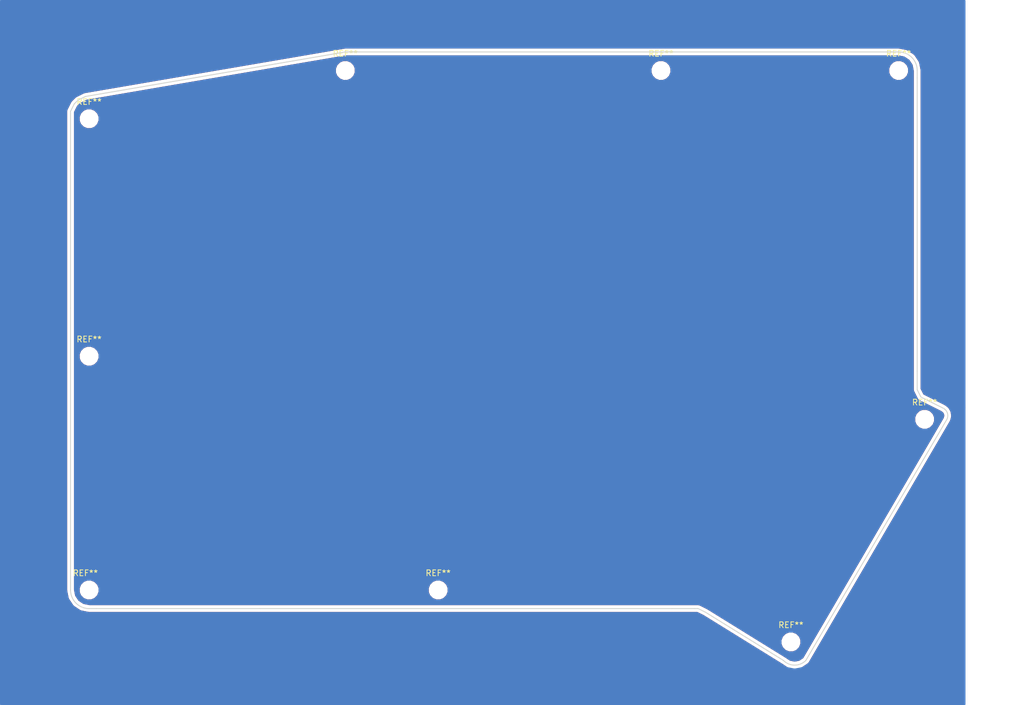
<source format=kicad_pcb>
(kicad_pcb (version 4) (host pcbnew 4.0.7)

  (general
    (links 0)
    (no_connects 0)
    (area 57.15 31.75 232.338572 152.400001)
    (thickness 1.6)
    (drawings 36)
    (tracks 0)
    (zones 0)
    (modules 9)
    (nets 1)
  )

  (page A4)
  (layers
    (0 F.Cu signal)
    (31 B.Cu signal)
    (32 B.Adhes user)
    (33 F.Adhes user)
    (34 B.Paste user)
    (35 F.Paste user)
    (36 B.SilkS user)
    (37 F.SilkS user)
    (38 B.Mask user)
    (39 F.Mask user)
    (40 Dwgs.User user)
    (41 Cmts.User user)
    (42 Eco1.User user)
    (43 Eco2.User user)
    (44 Edge.Cuts user)
    (45 Margin user)
    (46 B.CrtYd user)
    (47 F.CrtYd user)
    (48 B.Fab user)
    (49 F.Fab user)
  )

  (setup
    (last_trace_width 0.25)
    (trace_clearance 0.2)
    (zone_clearance 0.508)
    (zone_45_only no)
    (trace_min 0.2)
    (segment_width 0.2)
    (edge_width 0.15)
    (via_size 0.6)
    (via_drill 0.4)
    (via_min_size 0.4)
    (via_min_drill 0.3)
    (uvia_size 0.3)
    (uvia_drill 0.1)
    (uvias_allowed no)
    (uvia_min_size 0.2)
    (uvia_min_drill 0.1)
    (pcb_text_width 0.3)
    (pcb_text_size 1.5 1.5)
    (mod_edge_width 0.15)
    (mod_text_size 1 1)
    (mod_text_width 0.15)
    (pad_size 1.524 1.524)
    (pad_drill 0.762)
    (pad_to_mask_clearance 0.2)
    (aux_axis_origin 0 0)
    (visible_elements 7FFFFFFF)
    (pcbplotparams
      (layerselection 0x010f0_80000001)
      (usegerberextensions false)
      (excludeedgelayer true)
      (linewidth 0.100000)
      (plotframeref false)
      (viasonmask false)
      (mode 1)
      (useauxorigin false)
      (hpglpennumber 1)
      (hpglpenspeed 20)
      (hpglpendiameter 15)
      (hpglpenoverlay 2)
      (psnegative false)
      (psa4output false)
      (plotreference true)
      (plotvalue true)
      (plotinvisibletext false)
      (padsonsilk false)
      (subtractmaskfromsilk false)
      (outputformat 1)
      (mirror false)
      (drillshape 0)
      (scaleselection 1)
      (outputdirectory Gerber/))
  )

  (net 0 "")

  (net_class Default "This is the default net class."
    (clearance 0.2)
    (trace_width 0.25)
    (via_dia 0.6)
    (via_drill 0.4)
    (uvia_dia 0.3)
    (uvia_drill 0.1)
  )

  (module Mounting_Holes:MountingHole_2.2mm_M2_DIN965 (layer F.Cu) (tedit 56D1B4CB) (tstamp 5A9EC803)
    (at 192.405 141.605)
    (descr "Mounting Hole 2.2mm, no annular, M2, DIN965")
    (tags "mounting hole 2.2mm no annular m2 din965")
    (attr virtual)
    (fp_text reference REF** (at 0 -2.9) (layer F.SilkS)
      (effects (font (size 1 1) (thickness 0.15)))
    )
    (fp_text value MountingHole_2.2mm_M2_DIN965 (at 0 2.9) (layer F.Fab)
      (effects (font (size 1 1) (thickness 0.15)))
    )
    (fp_text user %R (at 0.3 0) (layer F.Fab)
      (effects (font (size 1 1) (thickness 0.15)))
    )
    (fp_circle (center 0 0) (end 1.9 0) (layer Cmts.User) (width 0.15))
    (fp_circle (center 0 0) (end 2.15 0) (layer F.CrtYd) (width 0.05))
    (pad 1 np_thru_hole circle (at 0 0) (size 2.2 2.2) (drill 2.2) (layers *.Cu *.Mask))
  )

  (module Mounting_Holes:MountingHole_2.2mm_M2_DIN965 (layer F.Cu) (tedit 56D1B4CB) (tstamp 5A9EC824)
    (at 215.265 103.505)
    (descr "Mounting Hole 2.2mm, no annular, M2, DIN965")
    (tags "mounting hole 2.2mm no annular m2 din965")
    (attr virtual)
    (fp_text reference REF** (at 0 -2.9) (layer F.SilkS)
      (effects (font (size 1 1) (thickness 0.15)))
    )
    (fp_text value MountingHole_2.2mm_M2_DIN965 (at 4.445 1.905) (layer F.Fab)
      (effects (font (size 1 1) (thickness 0.15)))
    )
    (fp_text user %R (at 0.3 0) (layer F.Fab)
      (effects (font (size 1 1) (thickness 0.15)))
    )
    (fp_circle (center 0 0) (end 1.9 0) (layer Cmts.User) (width 0.15))
    (fp_circle (center 0 0) (end 2.15 0) (layer F.CrtYd) (width 0.05))
    (pad 1 np_thru_hole circle (at 0 0) (size 2.2 2.2) (drill 2.2) (layers *.Cu *.Mask))
  )

  (module Mounting_Holes:MountingHole_2.2mm_M2_DIN965 (layer F.Cu) (tedit 56D1B4CB) (tstamp 5A9EC868)
    (at 210.82 43.815)
    (descr "Mounting Hole 2.2mm, no annular, M2, DIN965")
    (tags "mounting hole 2.2mm no annular m2 din965")
    (attr virtual)
    (fp_text reference REF** (at 0 -2.9) (layer F.SilkS)
      (effects (font (size 1 1) (thickness 0.15)))
    )
    (fp_text value MountingHole_2.2mm_M2_DIN965 (at 0 2.9) (layer F.Fab)
      (effects (font (size 1 1) (thickness 0.15)))
    )
    (fp_text user %R (at 0.3 0) (layer F.Fab)
      (effects (font (size 1 1) (thickness 0.15)))
    )
    (fp_circle (center 0 0) (end 1.9 0) (layer Cmts.User) (width 0.15))
    (fp_circle (center 0 0) (end 2.15 0) (layer F.CrtYd) (width 0.05))
    (pad 1 np_thru_hole circle (at 0 0) (size 2.2 2.2) (drill 2.2) (layers *.Cu *.Mask))
  )

  (module Mounting_Holes:MountingHole_2.2mm_M2_DIN965 (layer F.Cu) (tedit 56D1B4CB) (tstamp 5A9EC8BF)
    (at 72.39 132.715)
    (descr "Mounting Hole 2.2mm, no annular, M2, DIN965")
    (tags "mounting hole 2.2mm no annular m2 din965")
    (attr virtual)
    (fp_text reference REF** (at -0.635 -2.9) (layer F.SilkS)
      (effects (font (size 1 1) (thickness 0.15)))
    )
    (fp_text value MountingHole_2.2mm_M2_DIN965 (at 0 2.9) (layer F.Fab)
      (effects (font (size 1 1) (thickness 0.15)))
    )
    (fp_text user %R (at 0 0.635) (layer F.Fab)
      (effects (font (size 1 1) (thickness 0.15)))
    )
    (fp_circle (center 0 0) (end 1.9 0) (layer Cmts.User) (width 0.15))
    (fp_circle (center 0 0) (end 2.15 0) (layer F.CrtYd) (width 0.05))
    (pad 1 np_thru_hole circle (at 0 0) (size 2.2 2.2) (drill 2.2) (layers *.Cu *.Mask))
  )

  (module Mounting_Holes:MountingHole_2.2mm_M2_DIN965 (layer F.Cu) (tedit 56D1B4CB) (tstamp 5A9EC8CB)
    (at 72.39 92.71)
    (descr "Mounting Hole 2.2mm, no annular, M2, DIN965")
    (tags "mounting hole 2.2mm no annular m2 din965")
    (attr virtual)
    (fp_text reference REF** (at 0 -2.9) (layer F.SilkS)
      (effects (font (size 1 1) (thickness 0.15)))
    )
    (fp_text value MountingHole_2.2mm_M2_DIN965 (at 0 2.9) (layer F.Fab)
      (effects (font (size 1 1) (thickness 0.15)))
    )
    (fp_text user %R (at 0.3 0) (layer F.Fab)
      (effects (font (size 1 1) (thickness 0.15)))
    )
    (fp_circle (center 0 0) (end 1.9 0) (layer Cmts.User) (width 0.15))
    (fp_circle (center 0 0) (end 2.15 0) (layer F.CrtYd) (width 0.05))
    (pad 1 np_thru_hole circle (at 0 0) (size 2.2 2.2) (drill 2.2) (layers *.Cu *.Mask))
  )

  (module Mounting_Holes:MountingHole_2.2mm_M2_DIN965 (layer F.Cu) (tedit 56D1B4CB) (tstamp 5A9EC8D6)
    (at 72.39 52.07)
    (descr "Mounting Hole 2.2mm, no annular, M2, DIN965")
    (tags "mounting hole 2.2mm no annular m2 din965")
    (attr virtual)
    (fp_text reference REF** (at 0 -2.9) (layer F.SilkS)
      (effects (font (size 1 1) (thickness 0.15)))
    )
    (fp_text value MountingHole_2.2mm_M2_DIN965 (at 0 3.81) (layer F.Fab)
      (effects (font (size 1 1) (thickness 0.15)))
    )
    (fp_text user %R (at 0.3 0) (layer F.Fab)
      (effects (font (size 1 1) (thickness 0.15)))
    )
    (fp_circle (center 0 0) (end 1.9 0) (layer Cmts.User) (width 0.15))
    (fp_circle (center 0 0) (end 2.15 0) (layer F.CrtYd) (width 0.05))
    (pad 1 np_thru_hole circle (at 0 0) (size 2.2 2.2) (drill 2.2) (layers *.Cu *.Mask))
  )

  (module Mounting_Holes:MountingHole_2.2mm_M2_DIN965 (layer F.Cu) (tedit 56D1B4CB) (tstamp 5A9EC8EF)
    (at 132.08 132.715)
    (descr "Mounting Hole 2.2mm, no annular, M2, DIN965")
    (tags "mounting hole 2.2mm no annular m2 din965")
    (attr virtual)
    (fp_text reference REF** (at 0 -2.9) (layer F.SilkS)
      (effects (font (size 1 1) (thickness 0.15)))
    )
    (fp_text value MountingHole_2.2mm_M2_DIN965 (at 0 2.9) (layer F.Fab)
      (effects (font (size 1 1) (thickness 0.15)))
    )
    (fp_text user %R (at 0.3 0) (layer F.Fab)
      (effects (font (size 1 1) (thickness 0.15)))
    )
    (fp_circle (center 0 0) (end 1.9 0) (layer Cmts.User) (width 0.15))
    (fp_circle (center 0 0) (end 2.15 0) (layer F.CrtYd) (width 0.05))
    (pad 1 np_thru_hole circle (at 0 0) (size 2.2 2.2) (drill 2.2) (layers *.Cu *.Mask))
  )

  (module Mounting_Holes:MountingHole_2.2mm_M2_DIN965 (layer F.Cu) (tedit 56D1B4CB) (tstamp 5A9EC907)
    (at 170.18 43.815)
    (descr "Mounting Hole 2.2mm, no annular, M2, DIN965")
    (tags "mounting hole 2.2mm no annular m2 din965")
    (attr virtual)
    (fp_text reference REF** (at 0 -2.9) (layer F.SilkS)
      (effects (font (size 1 1) (thickness 0.15)))
    )
    (fp_text value MountingHole_2.2mm_M2_DIN965 (at 0 2.9) (layer F.Fab)
      (effects (font (size 1 1) (thickness 0.15)))
    )
    (fp_text user %R (at 0.3 0) (layer F.Fab)
      (effects (font (size 1 1) (thickness 0.15)))
    )
    (fp_circle (center 0 0) (end 1.9 0) (layer Cmts.User) (width 0.15))
    (fp_circle (center 0 0) (end 2.15 0) (layer F.CrtYd) (width 0.05))
    (pad 1 np_thru_hole circle (at 0 0) (size 2.2 2.2) (drill 2.2) (layers *.Cu *.Mask))
  )

  (module Mounting_Holes:MountingHole_2.2mm_M2_DIN965 (layer F.Cu) (tedit 56D1B4CB) (tstamp 5A9EC90E)
    (at 116.205 43.815)
    (descr "Mounting Hole 2.2mm, no annular, M2, DIN965")
    (tags "mounting hole 2.2mm no annular m2 din965")
    (attr virtual)
    (fp_text reference REF** (at 0 -2.9) (layer F.SilkS)
      (effects (font (size 1 1) (thickness 0.15)))
    )
    (fp_text value MountingHole_2.2mm_M2_DIN965 (at 0.635 3.175) (layer F.Fab)
      (effects (font (size 1 1) (thickness 0.15)))
    )
    (fp_text user %R (at 0.3 0) (layer F.Fab)
      (effects (font (size 1 1) (thickness 0.15)))
    )
    (fp_circle (center 0 0) (end 1.9 0) (layer Cmts.User) (width 0.15))
    (fp_circle (center 0 0) (end 2.15 0) (layer F.CrtYd) (width 0.05))
    (pad 1 np_thru_hole circle (at 0 0) (size 2.2 2.2) (drill 2.2) (layers *.Cu *.Mask))
  )

  (gr_line (start 70.485 48.895) (end 71.755 48.26) (layer Edge.Cuts) (width 0.15))
  (gr_line (start 69.85 49.53) (end 70.485 48.895) (layer Edge.Cuts) (width 0.15))
  (gr_line (start 69.215 50.8) (end 69.85 49.53) (layer Edge.Cuts) (width 0.15))
  (gr_line (start 69.215 60.96) (end 69.215 50.8) (layer Edge.Cuts) (width 0.15))
  (gr_line (start 214.63 99.695) (end 213.995 98.425) (layer Edge.Cuts) (width 0.15))
  (gr_line (start 215.9 100.33) (end 214.63 99.695) (layer Edge.Cuts) (width 0.15))
  (gr_line (start 176.53 135.89) (end 175.895 135.89) (layer Edge.Cuts) (width 0.15))
  (gr_line (start 177.8 136.525) (end 176.53 135.89) (layer Edge.Cuts) (width 0.15))
  (gr_arc (start 210.82 43.815) (end 210.82 40.64) (angle 90) (layer Edge.Cuts) (width 0.15))
  (gr_line (start 213.995 45.085) (end 213.995 43.815) (layer Edge.Cuts) (width 0.15))
  (gr_line (start 87.63 43.815) (end 217.805 43.815) (layer Dwgs.User) (width 0.2))
  (gr_line (start 146.05 43.815) (end 87.63 43.815) (layer Dwgs.User) (width 0.2))
  (gr_line (start 170.18 43.815) (end 146.05 43.815) (layer Dwgs.User) (width 0.2))
  (gr_line (start 72.39 135.89) (end 73.66 135.89) (layer Edge.Cuts) (width 0.15))
  (gr_line (start 69.215 131.445) (end 69.215 132.715) (layer Edge.Cuts) (width 0.15))
  (gr_arc (start 72.39 132.715) (end 72.39 135.89) (angle 90) (layer Edge.Cuts) (width 0.15))
  (gr_line (start 109.855 132.715) (end 63.5 132.715) (layer Dwgs.User) (width 0.2))
  (gr_line (start 117.475 132.715) (end 109.855 132.715) (layer Dwgs.User) (width 0.2))
  (gr_line (start 132.08 132.715) (end 117.475 132.715) (layer Dwgs.User) (width 0.2))
  (gr_line (start 72.39 39.37) (end 72.39 139.7) (layer Dwgs.User) (width 0.2))
  (gr_line (start 72.39 64.135) (end 72.39 39.37) (layer Dwgs.User) (width 0.2))
  (gr_line (start 72.39 92.71) (end 72.39 64.135) (layer Dwgs.User) (width 0.2))
  (gr_line (start 215.9 100.33) (end 218.44 101.6) (layer Edge.Cuts) (width 0.15))
  (gr_line (start 219.075 103.505) (end 194.945 144.78) (layer Edge.Cuts) (width 0.15))
  (gr_arc (start 217.805 102.87) (end 218.44 101.6) (angle 90) (layer Edge.Cuts) (width 0.15))
  (gr_line (start 213.995 98.425) (end 213.995 95.25) (layer Edge.Cuts) (width 0.15))
  (gr_line (start 213.995 45.085) (end 213.995 95.25) (layer Edge.Cuts) (width 0.15))
  (gr_arc (start 193.04 142.875) (end 194.945 144.78) (angle 90) (layer Edge.Cuts) (width 0.15))
  (gr_line (start 177.8 136.525) (end 191.135 144.78) (layer Edge.Cuts) (width 0.15))
  (gr_line (start 172.085 135.89) (end 175.895 135.89) (layer Edge.Cuts) (width 0.15))
  (gr_line (start 101.6 135.89) (end 172.085 135.89) (layer Edge.Cuts) (width 0.15))
  (gr_line (start 73.66 135.89) (end 101.6 135.89) (layer Edge.Cuts) (width 0.15))
  (gr_line (start 116.205 40.64) (end 210.82 40.64) (layer Edge.Cuts) (width 0.15))
  (gr_line (start 71.755 48.26) (end 116.205 40.64) (layer Edge.Cuts) (width 0.15))
  (gr_line (start 69.215 84.455) (end 69.215 60.96) (layer Edge.Cuts) (width 0.15))
  (gr_line (start 69.215 131.445) (end 69.215 84.455) (layer Edge.Cuts) (width 0.15))

  (zone (net 0) (net_name "") (layer F.Cu) (tstamp 0) (hatch edge 0.508)
    (connect_pads (clearance 0.508))
    (min_thickness 0.254)
    (fill yes (arc_segments 16) (thermal_gap 0.508) (thermal_bridge_width 0.508))
    (polygon
      (pts
        (xy 63.5 38.1) (xy 215.9 38.1) (xy 222.25 101.6) (xy 196.85 146.05) (xy 63.5 146.05)
      )
    )
    (filled_polygon
      (pts
        (xy 222.11959 101.57224) (xy 196.776299 145.923) (xy 194.512345 145.923) (xy 195.339455 145.370343) (xy 195.35473 145.355068)
        (xy 195.374154 145.34562) (xy 195.45218 145.257618) (xy 195.535343 145.174455) (xy 195.543609 145.1545) (xy 195.557941 145.138335)
        (xy 219.687941 103.863334) (xy 219.718265 103.775572) (xy 219.759786 103.69253) (xy 219.906117 103.158186) (xy 219.911969 103.075845)
        (xy 219.925756 102.881854) (xy 219.856463 102.332185) (xy 219.788136 102.127207) (xy 219.768859 102.069374) (xy 219.494492 101.588063)
        (xy 219.3422 101.41247) (xy 219.312982 101.378781) (xy 218.875312 101.039105) (xy 218.812764 101.007831) (xy 218.757521 100.964957)
        (xy 216.217522 99.694957) (xy 215.159203 99.165797) (xy 214.705 98.257392) (xy 214.705 43.815) (xy 214.691358 43.746416)
        (xy 214.691358 43.676487) (xy 214.449676 42.461466) (xy 214.343661 42.205526) (xy 214.343661 42.205525) (xy 213.655407 41.175481)
        (xy 213.459519 40.979593) (xy 212.429475 40.291339) (xy 212.173534 40.185324) (xy 210.958514 39.943642) (xy 210.888584 39.943642)
        (xy 210.82 39.93) (xy 116.205 39.93) (xy 116.14559 39.941818) (xy 116.085035 39.940208) (xy 71.635036 47.560208)
        (xy 71.537854 47.597469) (xy 71.437478 47.624957) (xy 70.167478 48.259957) (xy 70.077578 48.329729) (xy 69.982954 48.392954)
        (xy 69.347954 49.027954) (xy 69.284729 49.122578) (xy 69.214957 49.212478) (xy 68.579957 50.482478) (xy 68.573219 50.507084)
        (xy 68.559046 50.528295) (xy 68.536844 50.639913) (xy 68.506787 50.749669) (xy 68.509977 50.774977) (xy 68.505 50.8)
        (xy 68.505 132.715) (xy 68.518642 132.783584) (xy 68.518642 132.853514) (xy 68.760324 134.068534) (xy 68.841168 134.263707)
        (xy 68.866339 134.324475) (xy 69.554593 135.354519) (xy 69.750481 135.550407) (xy 70.780525 136.238661) (xy 70.855489 136.269712)
        (xy 71.036466 136.344676) (xy 72.251487 136.586358) (xy 72.321416 136.586358) (xy 72.39 136.6) (xy 176.362392 136.6)
        (xy 177.453672 137.14564) (xy 190.750805 145.377199) (xy 191.567655 145.923) (xy 63.627 145.923) (xy 63.627 38.227)
        (xy 215.785066 38.227)
      )
    )
    (filled_polygon
      (pts
        (xy 211.757993 41.550488) (xy 212.553183 42.081817) (xy 213.084512 42.877007) (xy 213.285 43.884931) (xy 213.285 98.425)
        (xy 213.289977 98.450023) (xy 213.286787 98.475331) (xy 213.316844 98.585087) (xy 213.339046 98.696705) (xy 213.353219 98.717916)
        (xy 213.359957 98.742522) (xy 213.994957 100.012522) (xy 214.04954 100.082852) (xy 214.093628 100.160193) (xy 214.133704 100.191296)
        (xy 214.164807 100.231372) (xy 214.242148 100.27546) (xy 214.312478 100.330043) (xy 218.059932 102.20377) (xy 218.33079 102.413983)
        (xy 218.465277 102.649906) (xy 218.499242 102.919339) (xy 218.414897 103.227337) (xy 194.414585 144.280503) (xy 193.79395 144.695197)
        (xy 193.040002 144.845167) (xy 192.28605 144.695197) (xy 191.529455 144.189657) (xy 191.517877 144.184861) (xy 191.508712 144.176312)
        (xy 186.889166 141.316593) (xy 190.659677 141.316593) (xy 190.669975 141.632507) (xy 190.669699 141.948599) (xy 190.681184 141.976395)
        (xy 190.682164 142.006453) (xy 190.902901 142.539359) (xy 190.915954 142.544581) (xy 190.933281 142.586515) (xy 191.420918 143.075004)
        (xy 191.465149 143.09337) (xy 191.470641 143.107099) (xy 191.766448 143.218481) (xy 192.058373 143.339699) (xy 192.088448 143.339725)
        (xy 192.116593 143.350323) (xy 192.432507 143.340025) (xy 192.748599 143.340301) (xy 192.776395 143.328816) (xy 192.806453 143.327836)
        (xy 193.339359 143.107099) (xy 193.344581 143.094046) (xy 193.386515 143.076719) (xy 193.875004 142.589082) (xy 193.89337 142.544851)
        (xy 193.907099 142.539359) (xy 194.018481 142.243552) (xy 194.139699 141.951627) (xy 194.139725 141.921552) (xy 194.150323 141.893407)
        (xy 194.140025 141.577493) (xy 194.140301 141.261401) (xy 194.128816 141.233605) (xy 194.127836 141.203547) (xy 193.907099 140.670641)
        (xy 193.894046 140.665419) (xy 193.876719 140.623485) (xy 193.389082 140.134996) (xy 193.344851 140.11663) (xy 193.339359 140.102901)
        (xy 193.043552 139.991519) (xy 192.751627 139.870301) (xy 192.721552 139.870275) (xy 192.693407 139.859677) (xy 192.377493 139.869975)
        (xy 192.061401 139.869699) (xy 192.033605 139.881184) (xy 192.003547 139.882164) (xy 191.470641 140.102901) (xy 191.465419 140.115954)
        (xy 191.423485 140.133281) (xy 190.934996 140.620918) (xy 190.91663 140.665149) (xy 190.902901 140.670641) (xy 190.791519 140.966448)
        (xy 190.670301 141.258373) (xy 190.670275 141.288448) (xy 190.659677 141.316593) (xy 186.889166 141.316593) (xy 178.173712 135.921312)
        (xy 178.143231 135.90991) (xy 178.117522 135.889957) (xy 176.847522 135.254957) (xy 176.822916 135.248219) (xy 176.801705 135.234046)
        (xy 176.690087 135.211844) (xy 176.580331 135.181787) (xy 176.555023 135.184977) (xy 176.53 135.18) (xy 72.459931 135.18)
        (xy 71.452007 134.979512) (xy 70.656817 134.448183) (xy 70.125488 133.652993) (xy 69.925 132.645069) (xy 69.925 132.426593)
        (xy 70.644677 132.426593) (xy 70.654975 132.742507) (xy 70.654699 133.058599) (xy 70.666184 133.086395) (xy 70.667164 133.116453)
        (xy 70.887901 133.649359) (xy 70.900954 133.654581) (xy 70.918281 133.696515) (xy 71.405918 134.185004) (xy 71.450149 134.20337)
        (xy 71.455641 134.217099) (xy 71.751448 134.328481) (xy 72.043373 134.449699) (xy 72.073448 134.449725) (xy 72.101593 134.460323)
        (xy 72.417507 134.450025) (xy 72.733599 134.450301) (xy 72.761395 134.438816) (xy 72.791453 134.437836) (xy 73.324359 134.217099)
        (xy 73.329581 134.204046) (xy 73.371515 134.186719) (xy 73.860004 133.699082) (xy 73.87837 133.654851) (xy 73.892099 133.649359)
        (xy 74.003481 133.353552) (xy 74.124699 133.061627) (xy 74.124725 133.031552) (xy 74.135323 133.003407) (xy 74.125025 132.687493)
        (xy 74.125252 132.426593) (xy 130.334677 132.426593) (xy 130.344975 132.742507) (xy 130.344699 133.058599) (xy 130.356184 133.086395)
        (xy 130.357164 133.116453) (xy 130.577901 133.649359) (xy 130.590954 133.654581) (xy 130.608281 133.696515) (xy 131.095918 134.185004)
        (xy 131.140149 134.20337) (xy 131.145641 134.217099) (xy 131.441448 134.328481) (xy 131.733373 134.449699) (xy 131.763448 134.449725)
        (xy 131.791593 134.460323) (xy 132.107507 134.450025) (xy 132.423599 134.450301) (xy 132.451395 134.438816) (xy 132.481453 134.437836)
        (xy 133.014359 134.217099) (xy 133.019581 134.204046) (xy 133.061515 134.186719) (xy 133.550004 133.699082) (xy 133.56837 133.654851)
        (xy 133.582099 133.649359) (xy 133.693481 133.353552) (xy 133.814699 133.061627) (xy 133.814725 133.031552) (xy 133.825323 133.003407)
        (xy 133.815025 132.687493) (xy 133.815301 132.371401) (xy 133.803816 132.343605) (xy 133.802836 132.313547) (xy 133.582099 131.780641)
        (xy 133.569046 131.775419) (xy 133.551719 131.733485) (xy 133.064082 131.244996) (xy 133.019851 131.22663) (xy 133.014359 131.212901)
        (xy 132.718552 131.101519) (xy 132.426627 130.980301) (xy 132.396552 130.980275) (xy 132.368407 130.969677) (xy 132.052493 130.979975)
        (xy 131.736401 130.979699) (xy 131.708605 130.991184) (xy 131.678547 130.992164) (xy 131.145641 131.212901) (xy 131.140419 131.225954)
        (xy 131.098485 131.243281) (xy 130.609996 131.730918) (xy 130.59163 131.775149) (xy 130.577901 131.780641) (xy 130.466519 132.076448)
        (xy 130.345301 132.368373) (xy 130.345275 132.398448) (xy 130.334677 132.426593) (xy 74.125252 132.426593) (xy 74.125301 132.371401)
        (xy 74.113816 132.343605) (xy 74.112836 132.313547) (xy 73.892099 131.780641) (xy 73.879046 131.775419) (xy 73.861719 131.733485)
        (xy 73.374082 131.244996) (xy 73.329851 131.22663) (xy 73.324359 131.212901) (xy 73.028552 131.101519) (xy 72.736627 130.980301)
        (xy 72.706552 130.980275) (xy 72.678407 130.969677) (xy 72.362493 130.979975) (xy 72.046401 130.979699) (xy 72.018605 130.991184)
        (xy 71.988547 130.992164) (xy 71.455641 131.212901) (xy 71.450419 131.225954) (xy 71.408485 131.243281) (xy 70.919996 131.730918)
        (xy 70.90163 131.775149) (xy 70.887901 131.780641) (xy 70.776519 132.076448) (xy 70.655301 132.368373) (xy 70.655275 132.398448)
        (xy 70.644677 132.426593) (xy 69.925 132.426593) (xy 69.925 103.216593) (xy 213.519677 103.216593) (xy 213.529975 103.532507)
        (xy 213.529699 103.848599) (xy 213.541184 103.876395) (xy 213.542164 103.906453) (xy 213.762901 104.439359) (xy 213.775954 104.444581)
        (xy 213.793281 104.486515) (xy 214.280918 104.975004) (xy 214.325149 104.99337) (xy 214.330641 105.007099) (xy 214.626448 105.118481)
        (xy 214.918373 105.239699) (xy 214.948448 105.239725) (xy 214.976593 105.250323) (xy 215.292507 105.240025) (xy 215.608599 105.240301)
        (xy 215.636395 105.228816) (xy 215.666453 105.227836) (xy 216.199359 105.007099) (xy 216.204581 104.994046) (xy 216.246515 104.976719)
        (xy 216.735004 104.489082) (xy 216.75337 104.444851) (xy 216.767099 104.439359) (xy 216.878481 104.143552) (xy 216.999699 103.851627)
        (xy 216.999725 103.821552) (xy 217.010323 103.793407) (xy 217.000025 103.477493) (xy 217.000301 103.161401) (xy 216.988816 103.133605)
        (xy 216.987836 103.103547) (xy 216.767099 102.570641) (xy 216.754046 102.565419) (xy 216.736719 102.523485) (xy 216.249082 102.034996)
        (xy 216.204851 102.01663) (xy 216.199359 102.002901) (xy 215.903552 101.891519) (xy 215.611627 101.770301) (xy 215.581552 101.770275)
        (xy 215.553407 101.759677) (xy 215.237493 101.769975) (xy 214.921401 101.769699) (xy 214.893605 101.781184) (xy 214.863547 101.782164)
        (xy 214.330641 102.002901) (xy 214.325419 102.015954) (xy 214.283485 102.033281) (xy 213.794996 102.520918) (xy 213.77663 102.565149)
        (xy 213.762901 102.570641) (xy 213.651519 102.866448) (xy 213.530301 103.158373) (xy 213.530275 103.188448) (xy 213.519677 103.216593)
        (xy 69.925 103.216593) (xy 69.925 92.421593) (xy 70.644677 92.421593) (xy 70.654975 92.737507) (xy 70.654699 93.053599)
        (xy 70.666184 93.081395) (xy 70.667164 93.111453) (xy 70.887901 93.644359) (xy 70.900954 93.649581) (xy 70.918281 93.691515)
        (xy 71.405918 94.180004) (xy 71.450149 94.19837) (xy 71.455641 94.212099) (xy 71.751448 94.323481) (xy 72.043373 94.444699)
        (xy 72.073448 94.444725) (xy 72.101593 94.455323) (xy 72.417507 94.445025) (xy 72.733599 94.445301) (xy 72.761395 94.433816)
        (xy 72.791453 94.432836) (xy 73.324359 94.212099) (xy 73.329581 94.199046) (xy 73.371515 94.181719) (xy 73.860004 93.694082)
        (xy 73.87837 93.649851) (xy 73.892099 93.644359) (xy 74.003481 93.348552) (xy 74.124699 93.056627) (xy 74.124725 93.026552)
        (xy 74.135323 92.998407) (xy 74.125025 92.682493) (xy 74.125301 92.366401) (xy 74.113816 92.338605) (xy 74.112836 92.308547)
        (xy 73.892099 91.775641) (xy 73.879046 91.770419) (xy 73.861719 91.728485) (xy 73.374082 91.239996) (xy 73.329851 91.22163)
        (xy 73.324359 91.207901) (xy 73.028552 91.096519) (xy 72.736627 90.975301) (xy 72.706552 90.975275) (xy 72.678407 90.964677)
        (xy 72.362493 90.974975) (xy 72.046401 90.974699) (xy 72.018605 90.986184) (xy 71.988547 90.987164) (xy 71.455641 91.207901)
        (xy 71.450419 91.220954) (xy 71.408485 91.238281) (xy 70.919996 91.725918) (xy 70.90163 91.770149) (xy 70.887901 91.775641)
        (xy 70.776519 92.071448) (xy 70.655301 92.363373) (xy 70.655275 92.393448) (xy 70.644677 92.421593) (xy 69.925 92.421593)
        (xy 69.925 51.781593) (xy 70.644677 51.781593) (xy 70.654975 52.097507) (xy 70.654699 52.413599) (xy 70.666184 52.441395)
        (xy 70.667164 52.471453) (xy 70.887901 53.004359) (xy 70.900954 53.009581) (xy 70.918281 53.051515) (xy 71.405918 53.540004)
        (xy 71.450149 53.55837) (xy 71.455641 53.572099) (xy 71.751448 53.683481) (xy 72.043373 53.804699) (xy 72.073448 53.804725)
        (xy 72.101593 53.815323) (xy 72.417507 53.805025) (xy 72.733599 53.805301) (xy 72.761395 53.793816) (xy 72.791453 53.792836)
        (xy 73.324359 53.572099) (xy 73.329581 53.559046) (xy 73.371515 53.541719) (xy 73.860004 53.054082) (xy 73.87837 53.009851)
        (xy 73.892099 53.004359) (xy 74.003481 52.708552) (xy 74.124699 52.416627) (xy 74.124725 52.386552) (xy 74.135323 52.358407)
        (xy 74.125025 52.042493) (xy 74.125301 51.726401) (xy 74.113816 51.698605) (xy 74.112836 51.668547) (xy 73.892099 51.135641)
        (xy 73.879046 51.130419) (xy 73.861719 51.088485) (xy 73.374082 50.599996) (xy 73.329851 50.58163) (xy 73.324359 50.567901)
        (xy 73.028552 50.456519) (xy 72.736627 50.335301) (xy 72.706552 50.335275) (xy 72.678407 50.324677) (xy 72.362493 50.334975)
        (xy 72.046401 50.334699) (xy 72.018605 50.346184) (xy 71.988547 50.347164) (xy 71.455641 50.567901) (xy 71.450419 50.580954)
        (xy 71.408485 50.598281) (xy 70.919996 51.085918) (xy 70.90163 51.130149) (xy 70.887901 51.135641) (xy 70.776519 51.431448)
        (xy 70.655301 51.723373) (xy 70.655275 51.753448) (xy 70.644677 51.781593) (xy 69.925 51.781593) (xy 69.925 50.967608)
        (xy 70.433516 49.950576) (xy 70.905576 49.478516) (xy 71.978534 48.942037) (xy 103.568624 43.526593) (xy 114.459677 43.526593)
        (xy 114.469975 43.842507) (xy 114.469699 44.158599) (xy 114.481184 44.186395) (xy 114.482164 44.216453) (xy 114.702901 44.749359)
        (xy 114.715954 44.754581) (xy 114.733281 44.796515) (xy 115.220918 45.285004) (xy 115.265149 45.30337) (xy 115.270641 45.317099)
        (xy 115.566448 45.428481) (xy 115.858373 45.549699) (xy 115.888448 45.549725) (xy 115.916593 45.560323) (xy 116.232507 45.550025)
        (xy 116.548599 45.550301) (xy 116.576395 45.538816) (xy 116.606453 45.537836) (xy 117.139359 45.317099) (xy 117.144581 45.304046)
        (xy 117.186515 45.286719) (xy 117.675004 44.799082) (xy 117.69337 44.754851) (xy 117.707099 44.749359) (xy 117.818481 44.453552)
        (xy 117.939699 44.161627) (xy 117.939725 44.131552) (xy 117.950323 44.103407) (xy 117.940025 43.787493) (xy 117.940252 43.526593)
        (xy 168.434677 43.526593) (xy 168.444975 43.842507) (xy 168.444699 44.158599) (xy 168.456184 44.186395) (xy 168.457164 44.216453)
        (xy 168.677901 44.749359) (xy 168.690954 44.754581) (xy 168.708281 44.796515) (xy 169.195918 45.285004) (xy 169.240149 45.30337)
        (xy 169.245641 45.317099) (xy 169.541448 45.428481) (xy 169.833373 45.549699) (xy 169.863448 45.549725) (xy 169.891593 45.560323)
        (xy 170.207507 45.550025) (xy 170.523599 45.550301) (xy 170.551395 45.538816) (xy 170.581453 45.537836) (xy 171.114359 45.317099)
        (xy 171.119581 45.304046) (xy 171.161515 45.286719) (xy 171.650004 44.799082) (xy 171.66837 44.754851) (xy 171.682099 44.749359)
        (xy 171.793481 44.453552) (xy 171.914699 44.161627) (xy 171.914725 44.131552) (xy 171.925323 44.103407) (xy 171.915025 43.787493)
        (xy 171.915252 43.526593) (xy 209.074677 43.526593) (xy 209.084975 43.842507) (xy 209.084699 44.158599) (xy 209.096184 44.186395)
        (xy 209.097164 44.216453) (xy 209.317901 44.749359) (xy 209.330954 44.754581) (xy 209.348281 44.796515) (xy 209.835918 45.285004)
        (xy 209.880149 45.30337) (xy 209.885641 45.317099) (xy 210.181448 45.428481) (xy 210.473373 45.549699) (xy 210.503448 45.549725)
        (xy 210.531593 45.560323) (xy 210.847507 45.550025) (xy 211.163599 45.550301) (xy 211.191395 45.538816) (xy 211.221453 45.537836)
        (xy 211.754359 45.317099) (xy 211.759581 45.304046) (xy 211.801515 45.286719) (xy 212.290004 44.799082) (xy 212.30837 44.754851)
        (xy 212.322099 44.749359) (xy 212.433481 44.453552) (xy 212.554699 44.161627) (xy 212.554725 44.131552) (xy 212.565323 44.103407)
        (xy 212.555025 43.787493) (xy 212.555301 43.471401) (xy 212.543816 43.443605) (xy 212.542836 43.413547) (xy 212.322099 42.880641)
        (xy 212.309046 42.875419) (xy 212.291719 42.833485) (xy 211.804082 42.344996) (xy 211.759851 42.32663) (xy 211.754359 42.312901)
        (xy 211.458552 42.201519) (xy 211.166627 42.080301) (xy 211.136552 42.080275) (xy 211.108407 42.069677) (xy 210.792493 42.079975)
        (xy 210.476401 42.079699) (xy 210.448605 42.091184) (xy 210.418547 42.092164) (xy 209.885641 42.312901) (xy 209.880419 42.325954)
        (xy 209.838485 42.343281) (xy 209.349996 42.830918) (xy 209.33163 42.875149) (xy 209.317901 42.880641) (xy 209.206519 43.176448)
        (xy 209.085301 43.468373) (xy 209.085275 43.498448) (xy 209.074677 43.526593) (xy 171.915252 43.526593) (xy 171.915301 43.471401)
        (xy 171.903816 43.443605) (xy 171.902836 43.413547) (xy 171.682099 42.880641) (xy 171.669046 42.875419) (xy 171.651719 42.833485)
        (xy 171.164082 42.344996) (xy 171.119851 42.32663) (xy 171.114359 42.312901) (xy 170.818552 42.201519) (xy 170.526627 42.080301)
        (xy 170.496552 42.080275) (xy 170.468407 42.069677) (xy 170.152493 42.079975) (xy 169.836401 42.079699) (xy 169.808605 42.091184)
        (xy 169.778547 42.092164) (xy 169.245641 42.312901) (xy 169.240419 42.325954) (xy 169.198485 42.343281) (xy 168.709996 42.830918)
        (xy 168.69163 42.875149) (xy 168.677901 42.880641) (xy 168.566519 43.176448) (xy 168.445301 43.468373) (xy 168.445275 43.498448)
        (xy 168.434677 43.526593) (xy 117.940252 43.526593) (xy 117.940301 43.471401) (xy 117.928816 43.443605) (xy 117.927836 43.413547)
        (xy 117.707099 42.880641) (xy 117.694046 42.875419) (xy 117.676719 42.833485) (xy 117.189082 42.344996) (xy 117.144851 42.32663)
        (xy 117.139359 42.312901) (xy 116.843552 42.201519) (xy 116.551627 42.080301) (xy 116.521552 42.080275) (xy 116.493407 42.069677)
        (xy 116.177493 42.079975) (xy 115.861401 42.079699) (xy 115.833605 42.091184) (xy 115.803547 42.092164) (xy 115.270641 42.312901)
        (xy 115.265419 42.325954) (xy 115.223485 42.343281) (xy 114.734996 42.830918) (xy 114.71663 42.875149) (xy 114.702901 42.880641)
        (xy 114.591519 43.176448) (xy 114.470301 43.468373) (xy 114.470275 43.498448) (xy 114.459677 43.526593) (xy 103.568624 43.526593)
        (xy 116.265417 41.35) (xy 210.750069 41.35)
      )
    )
  )
  (zone (net 0) (net_name "") (layer B.Cu) (tstamp 0) (hatch edge 0.508)
    (connect_pads (clearance 0.508))
    (min_thickness 0.254)
    (fill yes (arc_segments 16) (thermal_gap 0.508) (thermal_bridge_width 0.508))
    (polygon
      (pts
        (xy 57.15 31.75) (xy 57.15 152.4) (xy 222.25 152.4) (xy 222.25 31.75)
      )
    )
    (filled_polygon
      (pts
        (xy 222.123 152.273) (xy 57.277 152.273) (xy 57.277 50.8) (xy 68.505 50.8) (xy 68.505 132.715)
        (xy 68.518642 132.783584) (xy 68.518642 132.853514) (xy 68.760324 134.068534) (xy 68.841168 134.263707) (xy 68.866339 134.324475)
        (xy 69.554593 135.354519) (xy 69.750481 135.550407) (xy 70.780525 136.238661) (xy 70.855489 136.269712) (xy 71.036466 136.344676)
        (xy 72.251487 136.586358) (xy 72.321416 136.586358) (xy 72.39 136.6) (xy 176.362392 136.6) (xy 177.453672 137.14564)
        (xy 190.750805 145.377199) (xy 191.614566 145.954345) (xy 191.870507 146.060359) (xy 192.901485 146.265434) (xy 193.178514 146.265434)
        (xy 194.209493 146.06036) (xy 194.465434 145.954345) (xy 195.339455 145.370343) (xy 195.35473 145.355068) (xy 195.374154 145.34562)
        (xy 195.45218 145.257618) (xy 195.535343 145.174455) (xy 195.543609 145.1545) (xy 195.557941 145.138335) (xy 219.687941 103.863334)
        (xy 219.718265 103.775572) (xy 219.759786 103.69253) (xy 219.906117 103.158186) (xy 219.911969 103.075845) (xy 219.925756 102.881854)
        (xy 219.856463 102.332185) (xy 219.788136 102.127207) (xy 219.768859 102.069374) (xy 219.494492 101.588063) (xy 219.3422 101.41247)
        (xy 219.312982 101.378781) (xy 218.875312 101.039105) (xy 218.812764 101.007831) (xy 218.757521 100.964957) (xy 216.217522 99.694957)
        (xy 215.159203 99.165797) (xy 214.705 98.257392) (xy 214.705 43.815) (xy 214.691358 43.746416) (xy 214.691358 43.676487)
        (xy 214.449676 42.461466) (xy 214.343661 42.205526) (xy 214.343661 42.205525) (xy 213.655407 41.175481) (xy 213.459519 40.979593)
        (xy 212.429475 40.291339) (xy 212.173534 40.185324) (xy 210.958514 39.943642) (xy 210.888584 39.943642) (xy 210.82 39.93)
        (xy 116.205 39.93) (xy 116.14559 39.941818) (xy 116.085035 39.940208) (xy 71.635036 47.560208) (xy 71.537854 47.597469)
        (xy 71.437478 47.624957) (xy 70.167478 48.259957) (xy 70.077578 48.329729) (xy 69.982954 48.392954) (xy 69.347954 49.027954)
        (xy 69.284729 49.122578) (xy 69.214957 49.212478) (xy 68.579957 50.482478) (xy 68.573219 50.507084) (xy 68.559046 50.528295)
        (xy 68.536844 50.639913) (xy 68.506787 50.749669) (xy 68.509977 50.774977) (xy 68.505 50.8) (xy 57.277 50.8)
        (xy 57.277 31.877) (xy 222.123 31.877)
      )
    )
    (filled_polygon
      (pts
        (xy 211.757993 41.550488) (xy 212.553183 42.081817) (xy 213.084512 42.877007) (xy 213.285 43.884931) (xy 213.285 98.425)
        (xy 213.289977 98.450023) (xy 213.286787 98.475331) (xy 213.316844 98.585087) (xy 213.339046 98.696705) (xy 213.353219 98.717916)
        (xy 213.359957 98.742522) (xy 213.994957 100.012522) (xy 214.04954 100.082852) (xy 214.093628 100.160193) (xy 214.133704 100.191296)
        (xy 214.164807 100.231372) (xy 214.242148 100.27546) (xy 214.312478 100.330043) (xy 218.059932 102.20377) (xy 218.33079 102.413983)
        (xy 218.465277 102.649906) (xy 218.499242 102.919339) (xy 218.414897 103.227337) (xy 194.414585 144.280503) (xy 193.79395 144.695197)
        (xy 193.040002 144.845167) (xy 192.28605 144.695197) (xy 191.529455 144.189657) (xy 191.517877 144.184861) (xy 191.508712 144.176312)
        (xy 186.889166 141.316593) (xy 190.659677 141.316593) (xy 190.669975 141.632507) (xy 190.669699 141.948599) (xy 190.681184 141.976395)
        (xy 190.682164 142.006453) (xy 190.902901 142.539359) (xy 190.915954 142.544581) (xy 190.933281 142.586515) (xy 191.420918 143.075004)
        (xy 191.465149 143.09337) (xy 191.470641 143.107099) (xy 191.766448 143.218481) (xy 192.058373 143.339699) (xy 192.088448 143.339725)
        (xy 192.116593 143.350323) (xy 192.432507 143.340025) (xy 192.748599 143.340301) (xy 192.776395 143.328816) (xy 192.806453 143.327836)
        (xy 193.339359 143.107099) (xy 193.344581 143.094046) (xy 193.386515 143.076719) (xy 193.875004 142.589082) (xy 193.89337 142.544851)
        (xy 193.907099 142.539359) (xy 194.018481 142.243552) (xy 194.139699 141.951627) (xy 194.139725 141.921552) (xy 194.150323 141.893407)
        (xy 194.140025 141.577493) (xy 194.140301 141.261401) (xy 194.128816 141.233605) (xy 194.127836 141.203547) (xy 193.907099 140.670641)
        (xy 193.894046 140.665419) (xy 193.876719 140.623485) (xy 193.389082 140.134996) (xy 193.344851 140.11663) (xy 193.339359 140.102901)
        (xy 193.043552 139.991519) (xy 192.751627 139.870301) (xy 192.721552 139.870275) (xy 192.693407 139.859677) (xy 192.377493 139.869975)
        (xy 192.061401 139.869699) (xy 192.033605 139.881184) (xy 192.003547 139.882164) (xy 191.470641 140.102901) (xy 191.465419 140.115954)
        (xy 191.423485 140.133281) (xy 190.934996 140.620918) (xy 190.91663 140.665149) (xy 190.902901 140.670641) (xy 190.791519 140.966448)
        (xy 190.670301 141.258373) (xy 190.670275 141.288448) (xy 190.659677 141.316593) (xy 186.889166 141.316593) (xy 178.173712 135.921312)
        (xy 178.143231 135.90991) (xy 178.117522 135.889957) (xy 176.847522 135.254957) (xy 176.822916 135.248219) (xy 176.801705 135.234046)
        (xy 176.690087 135.211844) (xy 176.580331 135.181787) (xy 176.555023 135.184977) (xy 176.53 135.18) (xy 72.459931 135.18)
        (xy 71.452007 134.979512) (xy 70.656817 134.448183) (xy 70.125488 133.652993) (xy 69.925 132.645069) (xy 69.925 132.426593)
        (xy 70.644677 132.426593) (xy 70.654975 132.742507) (xy 70.654699 133.058599) (xy 70.666184 133.086395) (xy 70.667164 133.116453)
        (xy 70.887901 133.649359) (xy 70.900954 133.654581) (xy 70.918281 133.696515) (xy 71.405918 134.185004) (xy 71.450149 134.20337)
        (xy 71.455641 134.217099) (xy 71.751448 134.328481) (xy 72.043373 134.449699) (xy 72.073448 134.449725) (xy 72.101593 134.460323)
        (xy 72.417507 134.450025) (xy 72.733599 134.450301) (xy 72.761395 134.438816) (xy 72.791453 134.437836) (xy 73.324359 134.217099)
        (xy 73.329581 134.204046) (xy 73.371515 134.186719) (xy 73.860004 133.699082) (xy 73.87837 133.654851) (xy 73.892099 133.649359)
        (xy 74.003481 133.353552) (xy 74.124699 133.061627) (xy 74.124725 133.031552) (xy 74.135323 133.003407) (xy 74.125025 132.687493)
        (xy 74.125252 132.426593) (xy 130.334677 132.426593) (xy 130.344975 132.742507) (xy 130.344699 133.058599) (xy 130.356184 133.086395)
        (xy 130.357164 133.116453) (xy 130.577901 133.649359) (xy 130.590954 133.654581) (xy 130.608281 133.696515) (xy 131.095918 134.185004)
        (xy 131.140149 134.20337) (xy 131.145641 134.217099) (xy 131.441448 134.328481) (xy 131.733373 134.449699) (xy 131.763448 134.449725)
        (xy 131.791593 134.460323) (xy 132.107507 134.450025) (xy 132.423599 134.450301) (xy 132.451395 134.438816) (xy 132.481453 134.437836)
        (xy 133.014359 134.217099) (xy 133.019581 134.204046) (xy 133.061515 134.186719) (xy 133.550004 133.699082) (xy 133.56837 133.654851)
        (xy 133.582099 133.649359) (xy 133.693481 133.353552) (xy 133.814699 133.061627) (xy 133.814725 133.031552) (xy 133.825323 133.003407)
        (xy 133.815025 132.687493) (xy 133.815301 132.371401) (xy 133.803816 132.343605) (xy 133.802836 132.313547) (xy 133.582099 131.780641)
        (xy 133.569046 131.775419) (xy 133.551719 131.733485) (xy 133.064082 131.244996) (xy 133.019851 131.22663) (xy 133.014359 131.212901)
        (xy 132.718552 131.101519) (xy 132.426627 130.980301) (xy 132.396552 130.980275) (xy 132.368407 130.969677) (xy 132.052493 130.979975)
        (xy 131.736401 130.979699) (xy 131.708605 130.991184) (xy 131.678547 130.992164) (xy 131.145641 131.212901) (xy 131.140419 131.225954)
        (xy 131.098485 131.243281) (xy 130.609996 131.730918) (xy 130.59163 131.775149) (xy 130.577901 131.780641) (xy 130.466519 132.076448)
        (xy 130.345301 132.368373) (xy 130.345275 132.398448) (xy 130.334677 132.426593) (xy 74.125252 132.426593) (xy 74.125301 132.371401)
        (xy 74.113816 132.343605) (xy 74.112836 132.313547) (xy 73.892099 131.780641) (xy 73.879046 131.775419) (xy 73.861719 131.733485)
        (xy 73.374082 131.244996) (xy 73.329851 131.22663) (xy 73.324359 131.212901) (xy 73.028552 131.101519) (xy 72.736627 130.980301)
        (xy 72.706552 130.980275) (xy 72.678407 130.969677) (xy 72.362493 130.979975) (xy 72.046401 130.979699) (xy 72.018605 130.991184)
        (xy 71.988547 130.992164) (xy 71.455641 131.212901) (xy 71.450419 131.225954) (xy 71.408485 131.243281) (xy 70.919996 131.730918)
        (xy 70.90163 131.775149) (xy 70.887901 131.780641) (xy 70.776519 132.076448) (xy 70.655301 132.368373) (xy 70.655275 132.398448)
        (xy 70.644677 132.426593) (xy 69.925 132.426593) (xy 69.925 103.216593) (xy 213.519677 103.216593) (xy 213.529975 103.532507)
        (xy 213.529699 103.848599) (xy 213.541184 103.876395) (xy 213.542164 103.906453) (xy 213.762901 104.439359) (xy 213.775954 104.444581)
        (xy 213.793281 104.486515) (xy 214.280918 104.975004) (xy 214.325149 104.99337) (xy 214.330641 105.007099) (xy 214.626448 105.118481)
        (xy 214.918373 105.239699) (xy 214.948448 105.239725) (xy 214.976593 105.250323) (xy 215.292507 105.240025) (xy 215.608599 105.240301)
        (xy 215.636395 105.228816) (xy 215.666453 105.227836) (xy 216.199359 105.007099) (xy 216.204581 104.994046) (xy 216.246515 104.976719)
        (xy 216.735004 104.489082) (xy 216.75337 104.444851) (xy 216.767099 104.439359) (xy 216.878481 104.143552) (xy 216.999699 103.851627)
        (xy 216.999725 103.821552) (xy 217.010323 103.793407) (xy 217.000025 103.477493) (xy 217.000301 103.161401) (xy 216.988816 103.133605)
        (xy 216.987836 103.103547) (xy 216.767099 102.570641) (xy 216.754046 102.565419) (xy 216.736719 102.523485) (xy 216.249082 102.034996)
        (xy 216.204851 102.01663) (xy 216.199359 102.002901) (xy 215.903552 101.891519) (xy 215.611627 101.770301) (xy 215.581552 101.770275)
        (xy 215.553407 101.759677) (xy 215.237493 101.769975) (xy 214.921401 101.769699) (xy 214.893605 101.781184) (xy 214.863547 101.782164)
        (xy 214.330641 102.002901) (xy 214.325419 102.015954) (xy 214.283485 102.033281) (xy 213.794996 102.520918) (xy 213.77663 102.565149)
        (xy 213.762901 102.570641) (xy 213.651519 102.866448) (xy 213.530301 103.158373) (xy 213.530275 103.188448) (xy 213.519677 103.216593)
        (xy 69.925 103.216593) (xy 69.925 92.421593) (xy 70.644677 92.421593) (xy 70.654975 92.737507) (xy 70.654699 93.053599)
        (xy 70.666184 93.081395) (xy 70.667164 93.111453) (xy 70.887901 93.644359) (xy 70.900954 93.649581) (xy 70.918281 93.691515)
        (xy 71.405918 94.180004) (xy 71.450149 94.19837) (xy 71.455641 94.212099) (xy 71.751448 94.323481) (xy 72.043373 94.444699)
        (xy 72.073448 94.444725) (xy 72.101593 94.455323) (xy 72.417507 94.445025) (xy 72.733599 94.445301) (xy 72.761395 94.433816)
        (xy 72.791453 94.432836) (xy 73.324359 94.212099) (xy 73.329581 94.199046) (xy 73.371515 94.181719) (xy 73.860004 93.694082)
        (xy 73.87837 93.649851) (xy 73.892099 93.644359) (xy 74.003481 93.348552) (xy 74.124699 93.056627) (xy 74.124725 93.026552)
        (xy 74.135323 92.998407) (xy 74.125025 92.682493) (xy 74.125301 92.366401) (xy 74.113816 92.338605) (xy 74.112836 92.308547)
        (xy 73.892099 91.775641) (xy 73.879046 91.770419) (xy 73.861719 91.728485) (xy 73.374082 91.239996) (xy 73.329851 91.22163)
        (xy 73.324359 91.207901) (xy 73.028552 91.096519) (xy 72.736627 90.975301) (xy 72.706552 90.975275) (xy 72.678407 90.964677)
        (xy 72.362493 90.974975) (xy 72.046401 90.974699) (xy 72.018605 90.986184) (xy 71.988547 90.987164) (xy 71.455641 91.207901)
        (xy 71.450419 91.220954) (xy 71.408485 91.238281) (xy 70.919996 91.725918) (xy 70.90163 91.770149) (xy 70.887901 91.775641)
        (xy 70.776519 92.071448) (xy 70.655301 92.363373) (xy 70.655275 92.393448) (xy 70.644677 92.421593) (xy 69.925 92.421593)
        (xy 69.925 51.781593) (xy 70.644677 51.781593) (xy 70.654975 52.097507) (xy 70.654699 52.413599) (xy 70.666184 52.441395)
        (xy 70.667164 52.471453) (xy 70.887901 53.004359) (xy 70.900954 53.009581) (xy 70.918281 53.051515) (xy 71.405918 53.540004)
        (xy 71.450149 53.55837) (xy 71.455641 53.572099) (xy 71.751448 53.683481) (xy 72.043373 53.804699) (xy 72.073448 53.804725)
        (xy 72.101593 53.815323) (xy 72.417507 53.805025) (xy 72.733599 53.805301) (xy 72.761395 53.793816) (xy 72.791453 53.792836)
        (xy 73.324359 53.572099) (xy 73.329581 53.559046) (xy 73.371515 53.541719) (xy 73.860004 53.054082) (xy 73.87837 53.009851)
        (xy 73.892099 53.004359) (xy 74.003481 52.708552) (xy 74.124699 52.416627) (xy 74.124725 52.386552) (xy 74.135323 52.358407)
        (xy 74.125025 52.042493) (xy 74.125301 51.726401) (xy 74.113816 51.698605) (xy 74.112836 51.668547) (xy 73.892099 51.135641)
        (xy 73.879046 51.130419) (xy 73.861719 51.088485) (xy 73.374082 50.599996) (xy 73.329851 50.58163) (xy 73.324359 50.567901)
        (xy 73.028552 50.456519) (xy 72.736627 50.335301) (xy 72.706552 50.335275) (xy 72.678407 50.324677) (xy 72.362493 50.334975)
        (xy 72.046401 50.334699) (xy 72.018605 50.346184) (xy 71.988547 50.347164) (xy 71.455641 50.567901) (xy 71.450419 50.580954)
        (xy 71.408485 50.598281) (xy 70.919996 51.085918) (xy 70.90163 51.130149) (xy 70.887901 51.135641) (xy 70.776519 51.431448)
        (xy 70.655301 51.723373) (xy 70.655275 51.753448) (xy 70.644677 51.781593) (xy 69.925 51.781593) (xy 69.925 50.967608)
        (xy 70.433516 49.950576) (xy 70.905576 49.478516) (xy 71.978534 48.942037) (xy 103.568624 43.526593) (xy 114.459677 43.526593)
        (xy 114.469975 43.842507) (xy 114.469699 44.158599) (xy 114.481184 44.186395) (xy 114.482164 44.216453) (xy 114.702901 44.749359)
        (xy 114.715954 44.754581) (xy 114.733281 44.796515) (xy 115.220918 45.285004) (xy 115.265149 45.30337) (xy 115.270641 45.317099)
        (xy 115.566448 45.428481) (xy 115.858373 45.549699) (xy 115.888448 45.549725) (xy 115.916593 45.560323) (xy 116.232507 45.550025)
        (xy 116.548599 45.550301) (xy 116.576395 45.538816) (xy 116.606453 45.537836) (xy 117.139359 45.317099) (xy 117.144581 45.304046)
        (xy 117.186515 45.286719) (xy 117.675004 44.799082) (xy 117.69337 44.754851) (xy 117.707099 44.749359) (xy 117.818481 44.453552)
        (xy 117.939699 44.161627) (xy 117.939725 44.131552) (xy 117.950323 44.103407) (xy 117.940025 43.787493) (xy 117.940252 43.526593)
        (xy 168.434677 43.526593) (xy 168.444975 43.842507) (xy 168.444699 44.158599) (xy 168.456184 44.186395) (xy 168.457164 44.216453)
        (xy 168.677901 44.749359) (xy 168.690954 44.754581) (xy 168.708281 44.796515) (xy 169.195918 45.285004) (xy 169.240149 45.30337)
        (xy 169.245641 45.317099) (xy 169.541448 45.428481) (xy 169.833373 45.549699) (xy 169.863448 45.549725) (xy 169.891593 45.560323)
        (xy 170.207507 45.550025) (xy 170.523599 45.550301) (xy 170.551395 45.538816) (xy 170.581453 45.537836) (xy 171.114359 45.317099)
        (xy 171.119581 45.304046) (xy 171.161515 45.286719) (xy 171.650004 44.799082) (xy 171.66837 44.754851) (xy 171.682099 44.749359)
        (xy 171.793481 44.453552) (xy 171.914699 44.161627) (xy 171.914725 44.131552) (xy 171.925323 44.103407) (xy 171.915025 43.787493)
        (xy 171.915252 43.526593) (xy 209.074677 43.526593) (xy 209.084975 43.842507) (xy 209.084699 44.158599) (xy 209.096184 44.186395)
        (xy 209.097164 44.216453) (xy 209.317901 44.749359) (xy 209.330954 44.754581) (xy 209.348281 44.796515) (xy 209.835918 45.285004)
        (xy 209.880149 45.30337) (xy 209.885641 45.317099) (xy 210.181448 45.428481) (xy 210.473373 45.549699) (xy 210.503448 45.549725)
        (xy 210.531593 45.560323) (xy 210.847507 45.550025) (xy 211.163599 45.550301) (xy 211.191395 45.538816) (xy 211.221453 45.537836)
        (xy 211.754359 45.317099) (xy 211.759581 45.304046) (xy 211.801515 45.286719) (xy 212.290004 44.799082) (xy 212.30837 44.754851)
        (xy 212.322099 44.749359) (xy 212.433481 44.453552) (xy 212.554699 44.161627) (xy 212.554725 44.131552) (xy 212.565323 44.103407)
        (xy 212.555025 43.787493) (xy 212.555301 43.471401) (xy 212.543816 43.443605) (xy 212.542836 43.413547) (xy 212.322099 42.880641)
        (xy 212.309046 42.875419) (xy 212.291719 42.833485) (xy 211.804082 42.344996) (xy 211.759851 42.32663) (xy 211.754359 42.312901)
        (xy 211.458552 42.201519) (xy 211.166627 42.080301) (xy 211.136552 42.080275) (xy 211.108407 42.069677) (xy 210.792493 42.079975)
        (xy 210.476401 42.079699) (xy 210.448605 42.091184) (xy 210.418547 42.092164) (xy 209.885641 42.312901) (xy 209.880419 42.325954)
        (xy 209.838485 42.343281) (xy 209.349996 42.830918) (xy 209.33163 42.875149) (xy 209.317901 42.880641) (xy 209.206519 43.176448)
        (xy 209.085301 43.468373) (xy 209.085275 43.498448) (xy 209.074677 43.526593) (xy 171.915252 43.526593) (xy 171.915301 43.471401)
        (xy 171.903816 43.443605) (xy 171.902836 43.413547) (xy 171.682099 42.880641) (xy 171.669046 42.875419) (xy 171.651719 42.833485)
        (xy 171.164082 42.344996) (xy 171.119851 42.32663) (xy 171.114359 42.312901) (xy 170.818552 42.201519) (xy 170.526627 42.080301)
        (xy 170.496552 42.080275) (xy 170.468407 42.069677) (xy 170.152493 42.079975) (xy 169.836401 42.079699) (xy 169.808605 42.091184)
        (xy 169.778547 42.092164) (xy 169.245641 42.312901) (xy 169.240419 42.325954) (xy 169.198485 42.343281) (xy 168.709996 42.830918)
        (xy 168.69163 42.875149) (xy 168.677901 42.880641) (xy 168.566519 43.176448) (xy 168.445301 43.468373) (xy 168.445275 43.498448)
        (xy 168.434677 43.526593) (xy 117.940252 43.526593) (xy 117.940301 43.471401) (xy 117.928816 43.443605) (xy 117.927836 43.413547)
        (xy 117.707099 42.880641) (xy 117.694046 42.875419) (xy 117.676719 42.833485) (xy 117.189082 42.344996) (xy 117.144851 42.32663)
        (xy 117.139359 42.312901) (xy 116.843552 42.201519) (xy 116.551627 42.080301) (xy 116.521552 42.080275) (xy 116.493407 42.069677)
        (xy 116.177493 42.079975) (xy 115.861401 42.079699) (xy 115.833605 42.091184) (xy 115.803547 42.092164) (xy 115.270641 42.312901)
        (xy 115.265419 42.325954) (xy 115.223485 42.343281) (xy 114.734996 42.830918) (xy 114.71663 42.875149) (xy 114.702901 42.880641)
        (xy 114.591519 43.176448) (xy 114.470301 43.468373) (xy 114.470275 43.498448) (xy 114.459677 43.526593) (xy 103.568624 43.526593)
        (xy 116.265417 41.35) (xy 210.750069 41.35)
      )
    )
  )
)

</source>
